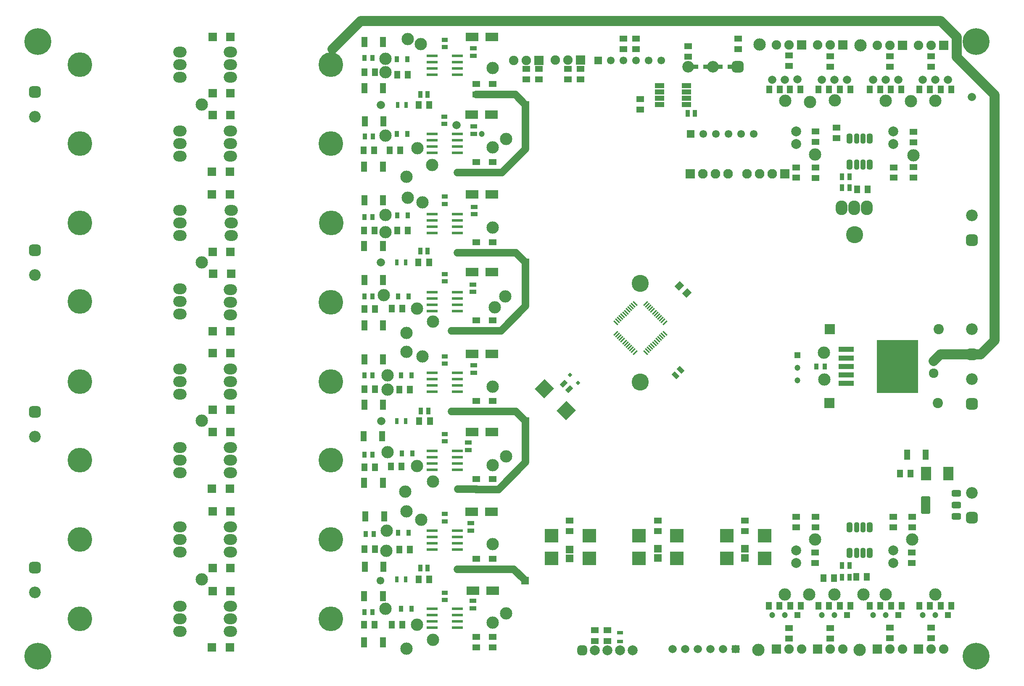
<source format=gbr>
%TF.GenerationSoftware,Altium Limited,Altium Designer,21.6.4 (81)*%
G04 Layer_Color=16711935*
%FSLAX43Y43*%
%MOMM*%
%TF.SameCoordinates,95A2699C-722C-4572-8EE5-7BEA9F810E30*%
%TF.FilePolarity,Negative*%
%TF.FileFunction,Soldermask,Bot*%
%TF.Part,Single*%
G01*
G75*
%TA.AperFunction,SMDPad,CuDef*%
%ADD10R,1.508X1.157*%
%TA.AperFunction,ComponentPad*%
%ADD23R,1.550X1.550*%
%ADD24C,1.550*%
%ADD33R,1.200X1.200*%
%ADD34C,1.200*%
%ADD37R,2.057X2.057*%
%ADD38C,2.057*%
%ADD43R,1.200X1.200*%
%TA.AperFunction,SMDPad,CuDef*%
%ADD49R,1.350X0.950*%
%ADD50R,2.270X0.558*%
%ADD51R,0.950X1.350*%
%ADD52P,0.849X4X360.0*%
%ADD53R,1.157X1.508*%
%ADD54R,1.508X1.207*%
%ADD57R,1.700X1.680*%
%ADD58R,1.250X2.000*%
%ADD59R,2.500X1.700*%
%ADD60R,1.262X0.958*%
%ADD61R,1.207X1.508*%
%ADD62R,0.900X1.200*%
%ADD63R,0.757X1.308*%
%ADD64R,0.808X1.262*%
G04:AMPARAMS|DCode=66|XSize=1.207mm|YSize=1.508mm|CornerRadius=0mm|HoleSize=0mm|Usage=FLASHONLY|Rotation=315.000|XOffset=0mm|YOffset=0mm|HoleType=Round|Shape=Rectangle|*
%AMROTATEDRECTD66*
4,1,4,-0.960,-0.107,0.107,0.960,0.960,0.107,-0.107,-0.960,-0.960,-0.107,0.0*
%
%ADD66ROTATEDRECTD66*%

G04:AMPARAMS|DCode=67|XSize=1.194mm|YSize=0.305mm|CornerRadius=0mm|HoleSize=0mm|Usage=FLASHONLY|Rotation=225.000|XOffset=0mm|YOffset=0mm|HoleType=Round|Shape=Rectangle|*
%AMROTATEDRECTD67*
4,1,4,0.314,0.530,0.530,0.314,-0.314,-0.530,-0.530,-0.314,0.314,0.530,0.0*
%
%ADD67ROTATEDRECTD67*%

G04:AMPARAMS|DCode=68|XSize=1.194mm|YSize=0.305mm|CornerRadius=0mm|HoleSize=0mm|Usage=FLASHONLY|Rotation=315.000|XOffset=0mm|YOffset=0mm|HoleType=Round|Shape=Rectangle|*
%AMROTATEDRECTD68*
4,1,4,-0.530,0.314,-0.314,0.530,0.530,-0.314,0.314,-0.530,-0.530,0.314,0.0*
%
%ADD68ROTATEDRECTD68*%

G04:AMPARAMS|DCode=70|XSize=0.95mm|YSize=1.35mm|CornerRadius=0mm|HoleSize=0mm|Usage=FLASHONLY|Rotation=315.000|XOffset=0mm|YOffset=0mm|HoleType=Round|Shape=Rectangle|*
%AMROTATEDRECTD70*
4,1,4,-0.813,-0.141,0.141,0.813,0.813,0.141,-0.141,-0.813,-0.813,-0.141,0.0*
%
%ADD70ROTATEDRECTD70*%

G04:AMPARAMS|DCode=71|XSize=0.95mm|YSize=1.35mm|CornerRadius=0mm|HoleSize=0mm|Usage=FLASHONLY|Rotation=45.000|XOffset=0mm|YOffset=0mm|HoleType=Round|Shape=Rectangle|*
%AMROTATEDRECTD71*
4,1,4,0.141,-0.813,-0.813,0.141,-0.141,0.813,0.813,-0.141,0.141,-0.813,0.0*
%
%ADD71ROTATEDRECTD71*%

%ADD72R,1.556X1.505*%
%ADD73R,1.308X0.757*%
%ADD76R,2.000X2.800*%
%ADD77R,0.807X1.308*%
%ADD78R,3.050X1.016*%
%ADD79R,8.380X10.660*%
%TA.AperFunction,OtherPad,Pad R79-1 (-102.87mm,39.168mm)*%
%ADD98R,1.508X1.207*%
%TA.AperFunction,OtherPad,Pad R13-1 (-106.172mm,86.92mm)*%
%ADD99R,1.508X1.207*%
%TA.AperFunction,NonConductor*%
%ADD100C,1.500*%
%ADD101C,2.000*%
%TA.AperFunction,SMDPad,CuDef*%
%ADD102R,1.925X1.050*%
G04:AMPARAMS|DCode=103|XSize=1.2mm|YSize=2mm|CornerRadius=0.4mm|HoleSize=0mm|Usage=FLASHONLY|Rotation=180.000|XOffset=0mm|YOffset=0mm|HoleType=Round|Shape=RoundedRectangle|*
%AMROUNDEDRECTD103*
21,1,1.200,1.200,0,0,180.0*
21,1,0.400,2.000,0,0,180.0*
1,1,0.800,-0.200,0.600*
1,1,0.800,0.200,0.600*
1,1,0.800,0.200,-0.600*
1,1,0.800,-0.200,-0.600*
%
%ADD103ROUNDEDRECTD103*%
G04:AMPARAMS|DCode=104|XSize=1mm|YSize=2mm|CornerRadius=0.35mm|HoleSize=0mm|Usage=FLASHONLY|Rotation=180.000|XOffset=0mm|YOffset=0mm|HoleType=Round|Shape=RoundedRectangle|*
%AMROUNDEDRECTD104*
21,1,1.000,1.300,0,0,180.0*
21,1,0.300,2.000,0,0,180.0*
1,1,0.700,-0.150,0.650*
1,1,0.700,0.150,0.650*
1,1,0.700,0.150,-0.650*
1,1,0.700,-0.150,-0.650*
%
%ADD104ROUNDEDRECTD104*%
%ADD105R,1.400X0.900*%
G04:AMPARAMS|DCode=106|XSize=2.85mm|YSize=2.75mm|CornerRadius=0mm|HoleSize=0mm|Usage=FLASHONLY|Rotation=225.000|XOffset=0mm|YOffset=0mm|HoleType=Round|Shape=Rectangle|*
%AMROTATEDRECTD106*
4,1,4,0.035,1.980,1.980,0.035,-0.035,-1.980,-1.980,-0.035,0.035,1.980,0.0*
%
%ADD106ROTATEDRECTD106*%

G04:AMPARAMS|DCode=107|XSize=3.55mm|YSize=1.85mm|CornerRadius=0.251mm|HoleSize=0mm|Usage=FLASHONLY|Rotation=90.000|XOffset=0mm|YOffset=0mm|HoleType=Round|Shape=RoundedRectangle|*
%AMROUNDEDRECTD107*
21,1,3.550,1.349,0,0,90.0*
21,1,3.049,1.850,0,0,90.0*
1,1,0.502,0.674,1.524*
1,1,0.502,0.674,-1.524*
1,1,0.502,-0.674,-1.524*
1,1,0.502,-0.674,1.524*
%
%ADD107ROUNDEDRECTD107*%
G04:AMPARAMS|DCode=108|XSize=1.3mm|YSize=1.85mm|CornerRadius=0.25mm|HoleSize=0mm|Usage=FLASHONLY|Rotation=90.000|XOffset=0mm|YOffset=0mm|HoleType=Round|Shape=RoundedRectangle|*
%AMROUNDEDRECTD108*
21,1,1.300,1.351,0,0,90.0*
21,1,0.801,1.850,0,0,90.0*
1,1,0.499,0.676,0.401*
1,1,0.499,0.676,-0.401*
1,1,0.499,-0.676,-0.401*
1,1,0.499,-0.676,0.401*
%
%ADD108ROUNDEDRECTD108*%
%TA.AperFunction,ComponentPad*%
%ADD109C,2.489*%
%ADD110O,2.686X2.178*%
%ADD111C,4.972*%
%ADD112C,3.448*%
%ADD113O,2.432X2.940*%
%ADD114C,2.000*%
G04:AMPARAMS|DCode=115|XSize=2mm|YSize=2mm|CornerRadius=0.6mm|HoleSize=0mm|Usage=FLASHONLY|Rotation=0.000|XOffset=0mm|YOffset=0mm|HoleType=Round|Shape=RoundedRectangle|*
%AMROUNDEDRECTD115*
21,1,2.000,0.800,0,0,0.0*
21,1,0.800,2.000,0,0,0.0*
1,1,1.200,0.400,-0.400*
1,1,1.200,-0.400,-0.400*
1,1,1.200,-0.400,0.400*
1,1,1.200,0.400,0.400*
%
%ADD115ROUNDEDRECTD115*%
%ADD116R,2.686X2.686*%
G04:AMPARAMS|DCode=117|XSize=2.35mm|YSize=2.35mm|CornerRadius=0.688mm|HoleSize=0mm|Usage=FLASHONLY|Rotation=90.000|XOffset=0mm|YOffset=0mm|HoleType=Round|Shape=RoundedRectangle|*
%AMROUNDEDRECTD117*
21,1,2.350,0.975,0,0,90.0*
21,1,0.975,2.350,0,0,90.0*
1,1,1.375,0.488,0.488*
1,1,1.375,0.488,-0.488*
1,1,1.375,-0.488,-0.488*
1,1,1.375,-0.488,0.488*
%
%ADD117ROUNDEDRECTD117*%
%ADD118C,2.350*%
%ADD119C,1.900*%
%ADD120R,1.900X1.900*%
%ADD121C,1.924*%
%ADD122C,1.950*%
%ADD123R,1.950X1.950*%
G04:AMPARAMS|DCode=124|XSize=2.35mm|YSize=2.35mm|CornerRadius=0.688mm|HoleSize=0mm|Usage=FLASHONLY|Rotation=180.000|XOffset=0mm|YOffset=0mm|HoleType=Round|Shape=RoundedRectangle|*
%AMROUNDEDRECTD124*
21,1,2.350,0.975,0,0,180.0*
21,1,0.975,2.350,0,0,180.0*
1,1,1.375,-0.488,0.488*
1,1,1.375,0.488,0.488*
1,1,1.375,0.488,-0.488*
1,1,1.375,-0.488,-0.488*
%
%ADD124ROUNDEDRECTD124*%
%TA.AperFunction,ViaPad*%
%ADD125C,5.400*%
%ADD126C,1.670*%
%ADD127C,1.200*%
D10*
X-18161Y109120D02*
D03*
Y111272D02*
D03*
X-79756Y10748D02*
D03*
Y8596D02*
D03*
X-82296Y10748D02*
D03*
Y8596D02*
D03*
D23*
X-96266Y116723D02*
D03*
Y84923D02*
D03*
X-96393Y20788D02*
D03*
X-53975Y6945D02*
D03*
X-62992Y110877D02*
D03*
X-81661Y125690D02*
D03*
X-96239Y52919D02*
D03*
D24*
X-125376Y116723D02*
D03*
Y84923D02*
D03*
X-125503Y20788D02*
D03*
X-66675Y6945D02*
D03*
X-64135D02*
D03*
X-61595D02*
D03*
X-59055D02*
D03*
X-56515D02*
D03*
X-60452Y110877D02*
D03*
X-57912D02*
D03*
X-55372D02*
D03*
X-52832D02*
D03*
X-50292Y110877D02*
D03*
X-79121Y125690D02*
D03*
X-76581D02*
D03*
X-74041D02*
D03*
X-71501D02*
D03*
X-68961D02*
D03*
X-125349Y52919D02*
D03*
D33*
X-16256Y121753D02*
D03*
X-26289Y121748D02*
D03*
X-36576Y121753D02*
D03*
X-46609D02*
D03*
X-21209Y13803D02*
D03*
X-11176D02*
D03*
X-31496D02*
D03*
X-41529D02*
D03*
D34*
X-13716Y121753D02*
D03*
X-11176D02*
D03*
X-23749Y121748D02*
D03*
X-21209D02*
D03*
X-34036Y121753D02*
D03*
X-31496D02*
D03*
X-44069D02*
D03*
X-41529D02*
D03*
X-26289Y13803D02*
D03*
X-23749D02*
D03*
X-16256D02*
D03*
X-13716D02*
D03*
X-36576D02*
D03*
X-34036D02*
D03*
X-46609D02*
D03*
X-44069D02*
D03*
X-41534Y63714D02*
D03*
Y61174D02*
D03*
D37*
X-34975Y71432D02*
D03*
X-35103Y56602D02*
D03*
D38*
X-13080Y71432D02*
D03*
X-13208Y56602D02*
D03*
D43*
X-41534Y66254D02*
D03*
D49*
X-107267Y32324D02*
D03*
Y30824D02*
D03*
X-106682Y62672D02*
D03*
Y64172D02*
D03*
X-106888Y78988D02*
D03*
Y80488D02*
D03*
X-106644Y94646D02*
D03*
Y96146D02*
D03*
X-106694Y110837D02*
D03*
Y112337D02*
D03*
X-106753Y126589D02*
D03*
Y128089D02*
D03*
X-106829Y15164D02*
D03*
Y16664D02*
D03*
X-107793Y47081D02*
D03*
Y48581D02*
D03*
D50*
X-110008Y78954D02*
D03*
Y77684D02*
D03*
Y76414D02*
D03*
Y75144D02*
D03*
X-115036D02*
D03*
Y76414D02*
D03*
Y77684D02*
D03*
Y78954D02*
D03*
Y30821D02*
D03*
Y29551D02*
D03*
Y28281D02*
D03*
Y27011D02*
D03*
X-110008D02*
D03*
Y28281D02*
D03*
Y29551D02*
D03*
Y30821D02*
D03*
X-115036Y15073D02*
D03*
Y13803D02*
D03*
Y12533D02*
D03*
Y11263D02*
D03*
X-110008D02*
D03*
Y12533D02*
D03*
Y13803D02*
D03*
Y15073D02*
D03*
X-115036Y126579D02*
D03*
Y125309D02*
D03*
Y124039D02*
D03*
Y122769D02*
D03*
X-110008D02*
D03*
Y124039D02*
D03*
Y125309D02*
D03*
Y126579D02*
D03*
X-115036Y110831D02*
D03*
Y109561D02*
D03*
Y108291D02*
D03*
Y107021D02*
D03*
X-110008D02*
D03*
Y108291D02*
D03*
Y109561D02*
D03*
Y110831D02*
D03*
X-115036Y94702D02*
D03*
Y93432D02*
D03*
Y92162D02*
D03*
Y90892D02*
D03*
X-110008D02*
D03*
Y92162D02*
D03*
Y93432D02*
D03*
Y94702D02*
D03*
X-115036Y62698D02*
D03*
Y61428D02*
D03*
Y60158D02*
D03*
Y58888D02*
D03*
X-110008D02*
D03*
Y60158D02*
D03*
Y61428D02*
D03*
Y62698D02*
D03*
X-115036Y46950D02*
D03*
Y45680D02*
D03*
Y44410D02*
D03*
Y43140D02*
D03*
X-110008D02*
D03*
Y44410D02*
D03*
Y45680D02*
D03*
Y46950D02*
D03*
D51*
X-117463Y118832D02*
D03*
X-115963D02*
D03*
X-117463Y23328D02*
D03*
X-115963D02*
D03*
X-31000Y102195D02*
D03*
X-32500D02*
D03*
X-31000Y100036D02*
D03*
X-32500D02*
D03*
X-31000Y23836D02*
D03*
X-32500D02*
D03*
X-31000Y21423D02*
D03*
X-32500D02*
D03*
X-63615Y115022D02*
D03*
X-62115D02*
D03*
X-117336Y54951D02*
D03*
X-115836D02*
D03*
X-117463Y87209D02*
D03*
X-115963D02*
D03*
D52*
X-87265Y62206D02*
D03*
X-85709Y60650D02*
D03*
D53*
X-117789Y116673D02*
D03*
X-115637D02*
D03*
Y21042D02*
D03*
X-117789D02*
D03*
X-115697Y84923D02*
D03*
X-117849D02*
D03*
X-115510Y52919D02*
D03*
X-117662D02*
D03*
D54*
X-73152Y115749D02*
D03*
Y117851D02*
D03*
X-106172Y120899D02*
D03*
Y118797D02*
D03*
X-102870Y120899D02*
D03*
Y118797D02*
D03*
X-106172Y41270D02*
D03*
Y39168D02*
D03*
X-102870Y41270D02*
D03*
X-106172Y25141D02*
D03*
Y23039D02*
D03*
X-102870Y25141D02*
D03*
Y23039D02*
D03*
X-106172Y9393D02*
D03*
Y7291D02*
D03*
X-102870Y9393D02*
D03*
Y7291D02*
D03*
X-74041Y130043D02*
D03*
Y127941D02*
D03*
X-63500Y128519D02*
D03*
Y126417D02*
D03*
X-53467Y127941D02*
D03*
Y130043D02*
D03*
X-69596Y32888D02*
D03*
Y30786D02*
D03*
X-37973Y26411D02*
D03*
Y24309D02*
D03*
X-41783Y33650D02*
D03*
Y31548D02*
D03*
X-37846Y33650D02*
D03*
Y31548D02*
D03*
X-22225Y33650D02*
D03*
Y31548D02*
D03*
X-41783Y101998D02*
D03*
Y104100D02*
D03*
X-33655Y110034D02*
D03*
Y112136D02*
D03*
X-22098Y101998D02*
D03*
Y104100D02*
D03*
X-18161Y102033D02*
D03*
Y104135D02*
D03*
X-96139Y121880D02*
D03*
Y123982D02*
D03*
X-93599Y121880D02*
D03*
Y123982D02*
D03*
X-87757Y121880D02*
D03*
Y123982D02*
D03*
X-85217Y121880D02*
D03*
Y123982D02*
D03*
X-76581Y127941D02*
D03*
Y130043D02*
D03*
X-87376Y30751D02*
D03*
Y32853D02*
D03*
X-52070Y30786D02*
D03*
Y32888D02*
D03*
X-37846Y104078D02*
D03*
Y101976D02*
D03*
Y111374D02*
D03*
Y109272D02*
D03*
X-18432Y24327D02*
D03*
Y26428D02*
D03*
X-18415Y31548D02*
D03*
Y33650D02*
D03*
X-14605Y124385D02*
D03*
Y126487D02*
D03*
X-22860Y124385D02*
D03*
Y126487D02*
D03*
X-43180Y124547D02*
D03*
Y126649D02*
D03*
X-34925Y124385D02*
D03*
Y126487D02*
D03*
X-14605Y9196D02*
D03*
Y11298D02*
D03*
X-22860Y9161D02*
D03*
Y11263D02*
D03*
X-43180Y9069D02*
D03*
Y11171D02*
D03*
X-34925Y9069D02*
D03*
Y11171D02*
D03*
X-102870Y103049D02*
D03*
Y105151D02*
D03*
X-106172Y103049D02*
D03*
Y105151D02*
D03*
X-102870Y86920D02*
D03*
Y89022D02*
D03*
X-106172D02*
D03*
X-102870Y71172D02*
D03*
Y73274D02*
D03*
X-106172Y71172D02*
D03*
Y73274D02*
D03*
X-102870Y54916D02*
D03*
Y57018D02*
D03*
X-106172Y54916D02*
D03*
Y57018D02*
D03*
D57*
X-155829Y7326D02*
D03*
X-159409D02*
D03*
X-155702Y18629D02*
D03*
X-159282D02*
D03*
X-155702Y23328D02*
D03*
X-159282D02*
D03*
X-155829Y39330D02*
D03*
X-159409D02*
D03*
X-155702Y50760D02*
D03*
X-159282D02*
D03*
X-155702Y55205D02*
D03*
X-159282D02*
D03*
X-155702Y66635D02*
D03*
X-159282D02*
D03*
X-155690Y71080D02*
D03*
X-159270D02*
D03*
X-155563Y82637D02*
D03*
X-159143D02*
D03*
X-155690Y87082D02*
D03*
X-159270D02*
D03*
X-155817Y98639D02*
D03*
X-159397D02*
D03*
X-155829Y103211D02*
D03*
X-159409D02*
D03*
X-155690Y114641D02*
D03*
X-159270D02*
D03*
X-155690Y119086D02*
D03*
X-159270D02*
D03*
X-155690Y130389D02*
D03*
X-159270D02*
D03*
X-155690Y34758D02*
D03*
X-159270D02*
D03*
D58*
X-128748Y40473D02*
D03*
X-124998D02*
D03*
X-128875Y49871D02*
D03*
X-125125D02*
D03*
X-128651Y113371D02*
D03*
X-124901D02*
D03*
X-128718Y129373D02*
D03*
X-124968D02*
D03*
X-128748Y104227D02*
D03*
X-124998D02*
D03*
X-128718Y97496D02*
D03*
X-124968D02*
D03*
X-128748Y88225D02*
D03*
X-124998D02*
D03*
X-128718Y72223D02*
D03*
X-124968D02*
D03*
X-128718Y81367D02*
D03*
X-124968D02*
D03*
X-128718Y56221D02*
D03*
X-124968D02*
D03*
X-128718Y65365D02*
D03*
X-124968D02*
D03*
X-128621Y23582D02*
D03*
X-124871D02*
D03*
X-128748Y17613D02*
D03*
X-124998D02*
D03*
X-15651Y46188D02*
D03*
X-19401D02*
D03*
X-124744Y33742D02*
D03*
X-128494D02*
D03*
X-124998Y8342D02*
D03*
X-128748D02*
D03*
X-124968Y120102D02*
D03*
X-128718D02*
D03*
D59*
X-102902Y18756D02*
D03*
X-106902D02*
D03*
X-103156Y34631D02*
D03*
X-107156D02*
D03*
X-103029Y50760D02*
D03*
X-107029D02*
D03*
X-103029Y66508D02*
D03*
X-107029D02*
D03*
X-103029Y83018D02*
D03*
X-107029D02*
D03*
X-103029Y98639D02*
D03*
X-107029D02*
D03*
X-103156Y114768D02*
D03*
X-107156D02*
D03*
X-103029Y130389D02*
D03*
X-107029D02*
D03*
D60*
X-112522Y128392D02*
D03*
Y129846D02*
D03*
X-112649Y112863D02*
D03*
Y114317D02*
D03*
X-112522Y96734D02*
D03*
Y98188D02*
D03*
Y81113D02*
D03*
Y82567D02*
D03*
Y64511D02*
D03*
Y65965D02*
D03*
Y48890D02*
D03*
Y50344D02*
D03*
Y16886D02*
D03*
Y18340D02*
D03*
Y34180D02*
D03*
Y32726D02*
D03*
D61*
X-121123Y11898D02*
D03*
X-123225D02*
D03*
X-119599Y27011D02*
D03*
X-121701D02*
D03*
X-119599Y59269D02*
D03*
X-121701D02*
D03*
X-121123Y75652D02*
D03*
X-123225D02*
D03*
X-119980Y91400D02*
D03*
X-122082D02*
D03*
X-119980Y122769D02*
D03*
X-122082D02*
D03*
X-126584Y123277D02*
D03*
X-128686D02*
D03*
X-121250Y43775D02*
D03*
X-123352D02*
D03*
X-45177Y15708D02*
D03*
X-47279D02*
D03*
X-40859D02*
D03*
X-42961D02*
D03*
X-30826D02*
D03*
X-32928D02*
D03*
X-24857D02*
D03*
X-26959D02*
D03*
X-20539D02*
D03*
X-22641D02*
D03*
X-10506D02*
D03*
X-12608D02*
D03*
X-29626Y21550D02*
D03*
X-27524D02*
D03*
X-36230Y21296D02*
D03*
X-34128D02*
D03*
X-29499Y99655D02*
D03*
X-27397D02*
D03*
X-12608Y119848D02*
D03*
X-10506D02*
D03*
X-16926D02*
D03*
X-14824D02*
D03*
X-20574D02*
D03*
X-22676D02*
D03*
X-26959D02*
D03*
X-24857D02*
D03*
X-32963D02*
D03*
X-30861D02*
D03*
X-37246D02*
D03*
X-35144D02*
D03*
X-40894D02*
D03*
X-42996D02*
D03*
X-47152D02*
D03*
X-45050D02*
D03*
X-35144Y15708D02*
D03*
X-37246D02*
D03*
X-14824D02*
D03*
X-16926D02*
D03*
X-20863Y42378D02*
D03*
X-18761D02*
D03*
X-123606Y107529D02*
D03*
X-121504D02*
D03*
X-128686Y27138D02*
D03*
X-126584D02*
D03*
X-128848Y107529D02*
D03*
X-126746D02*
D03*
X-128813Y11898D02*
D03*
X-126711D02*
D03*
X-128721Y43648D02*
D03*
X-126619D02*
D03*
X-128721Y59396D02*
D03*
X-126619D02*
D03*
X-128813Y91400D02*
D03*
X-126711D02*
D03*
X-128721Y75525D02*
D03*
X-126619D02*
D03*
D62*
X-121319Y15073D02*
D03*
X-119219D02*
D03*
X-121954Y30440D02*
D03*
X-119854D02*
D03*
X-121192Y46442D02*
D03*
X-119092D02*
D03*
X-121319Y62190D02*
D03*
X-119219D02*
D03*
X-121954Y78065D02*
D03*
X-119854D02*
D03*
X-122115Y94448D02*
D03*
X-120015D02*
D03*
X-122208Y110831D02*
D03*
X-120108D02*
D03*
Y125944D02*
D03*
X-122208D02*
D03*
D63*
X-122161Y21042D02*
D03*
X-120409D02*
D03*
X-122161Y52919D02*
D03*
X-120409D02*
D03*
X-122161Y84923D02*
D03*
X-120409D02*
D03*
X-122034Y116673D02*
D03*
X-120282D02*
D03*
D64*
X-128691Y126198D02*
D03*
X-127087D02*
D03*
X-128604Y110323D02*
D03*
X-127000D02*
D03*
X-128691Y94067D02*
D03*
X-127087D02*
D03*
X-128731Y78065D02*
D03*
X-127127D02*
D03*
X-128731Y62190D02*
D03*
X-127127D02*
D03*
X-128691Y14438D02*
D03*
X-127087D02*
D03*
X-126833Y30186D02*
D03*
X-128437D02*
D03*
X-127127Y46188D02*
D03*
X-128731D02*
D03*
D66*
X-63773Y78719D02*
D03*
X-65259Y80205D02*
D03*
D67*
X-68202Y72776D02*
D03*
X-68556Y73129D02*
D03*
X-68909Y73483D02*
D03*
X-69263Y73836D02*
D03*
X-69616Y74190D02*
D03*
X-69970Y74543D02*
D03*
X-70324Y74897D02*
D03*
X-70677Y75251D02*
D03*
X-71031Y75604D02*
D03*
X-71384Y75958D02*
D03*
X-71738Y76311D02*
D03*
X-72091Y76665D02*
D03*
X-78102Y70654D02*
D03*
X-77748Y70301D02*
D03*
X-77395Y69947D02*
D03*
X-77041Y69594D02*
D03*
X-76688Y69240D02*
D03*
X-76334Y68887D02*
D03*
X-75980Y68533D02*
D03*
X-75627Y68179D02*
D03*
X-75273Y67826D02*
D03*
X-74920Y67472D02*
D03*
X-74566Y67119D02*
D03*
X-74213Y66765D02*
D03*
D68*
Y76665D02*
D03*
X-74566Y76311D02*
D03*
X-74920Y75958D02*
D03*
X-75273Y75604D02*
D03*
X-75627Y75251D02*
D03*
X-75980Y74897D02*
D03*
X-76334Y74543D02*
D03*
X-76688Y74190D02*
D03*
X-77041Y73836D02*
D03*
X-77395Y73483D02*
D03*
X-77748Y73129D02*
D03*
X-78102Y72776D02*
D03*
X-72091Y66765D02*
D03*
X-71738Y67119D02*
D03*
X-71384Y67472D02*
D03*
X-71031Y67826D02*
D03*
X-70677Y68179D02*
D03*
X-70324Y68533D02*
D03*
X-69970Y68887D02*
D03*
X-69616Y69240D02*
D03*
X-69263Y69594D02*
D03*
X-68909Y69947D02*
D03*
X-68556Y70301D02*
D03*
X-68202Y70654D02*
D03*
D70*
X-88541Y60434D02*
D03*
X-87481Y59374D02*
D03*
D71*
X-65002Y63228D02*
D03*
X-66062Y62168D02*
D03*
D72*
X-52070Y27150D02*
D03*
Y25348D02*
D03*
X-87376Y27023D02*
D03*
Y25221D02*
D03*
X-69596Y27150D02*
D03*
Y25348D02*
D03*
D73*
X-77216Y8469D02*
D03*
Y10221D02*
D03*
D76*
X-15585Y42378D02*
D03*
X-11085D02*
D03*
D77*
X-37719Y63968D02*
D03*
X-36017D02*
D03*
D78*
X-31641Y67372D02*
D03*
Y65670D02*
D03*
Y63968D02*
D03*
Y62266D02*
D03*
Y60564D02*
D03*
D79*
X-21336Y63968D02*
D03*
D98*
X-102870Y39168D02*
D03*
D99*
X-106172Y86920D02*
D03*
D100*
X-98617Y23039D02*
X-96568Y20991D01*
X-102870Y23039D02*
X-98617D01*
X-106172D02*
X-102870D01*
X-109989D02*
X-106172D01*
X-109925Y39175D02*
X-106179D01*
X-102870Y39168D02*
X-101682D01*
X-106172D02*
X-102870D01*
X-101682D02*
X-96239Y44611D01*
Y52919D01*
X-98236Y54916D02*
X-96239Y52919D01*
X-102870Y54916D02*
X-98236D01*
X-111217Y54908D02*
X-106180D01*
X-106172Y54916D02*
X-102870D01*
Y71172D02*
X-101222D01*
X-111197D02*
X-106172D01*
X-102870D01*
X-101222D02*
X-96266Y76128D01*
Y84846D01*
X-98263Y86920D02*
X-96266Y84923D01*
X-110008Y86920D02*
X-106172D01*
X-102870D01*
X-98263D01*
X-102870Y103049D02*
X-101051D01*
X-109998Y103046D02*
X-106175D01*
X-106172Y103049D02*
X-102870D01*
X-106172Y118797D02*
X-102870D01*
X-98340D02*
X-96266Y116723D01*
X-102870Y118797D02*
X-98340D01*
X-96266Y107834D02*
Y116723D01*
X-101051Y103049D02*
X-96266Y107834D01*
D101*
X-135143Y127911D02*
X-129454Y133600D01*
X-12601D01*
X-9409Y130409D01*
Y126334D02*
Y130409D01*
Y126334D02*
X-1794Y118719D01*
X-12736Y66432D02*
X-6350D01*
X-14097Y65071D02*
X-12736Y66432D01*
X-6350D02*
X-4589D01*
X-1794Y69226D01*
Y118719D01*
D102*
X-63836Y116800D02*
D03*
Y118070D02*
D03*
Y119340D02*
D03*
Y120610D02*
D03*
X-69260D02*
D03*
Y119340D02*
D03*
Y118070D02*
D03*
Y116800D02*
D03*
D103*
X-30981Y109875D02*
D03*
X-26931D02*
D03*
X-30981Y104675D02*
D03*
X-26931D02*
D03*
Y26316D02*
D03*
X-30981D02*
D03*
X-26931Y31516D02*
D03*
X-30981D02*
D03*
D104*
X-29591Y109875D02*
D03*
X-28321D02*
D03*
X-29591Y104675D02*
D03*
X-28321D02*
D03*
Y26316D02*
D03*
X-29591D02*
D03*
X-28321Y31516D02*
D03*
X-29591D02*
D03*
D105*
X-59760Y124420D02*
D03*
X-62160D02*
D03*
X-57264D02*
D03*
X-54864D02*
D03*
D106*
X-88105Y55045D02*
D03*
X-92489Y59429D02*
D03*
D107*
X-15648Y36028D02*
D03*
D108*
X-9498Y33728D02*
D03*
Y36028D02*
D03*
Y38328D02*
D03*
D109*
X-124460Y15073D02*
D03*
X-118000Y108000D02*
D03*
X-118110Y43902D02*
D03*
X-102923Y91956D02*
D03*
X-114935Y8850D02*
D03*
X-100203Y109815D02*
D03*
X-102870Y108164D02*
D03*
X-43942Y117562D02*
D03*
X-38989Y117308D02*
D03*
X-33953Y117606D02*
D03*
X-23749Y117562D02*
D03*
X-18669Y117435D02*
D03*
X-13716Y117562D02*
D03*
X-49403Y6818D02*
D03*
X-28956D02*
D03*
X-37973Y29043D02*
D03*
X-34036Y17994D02*
D03*
X-39116D02*
D03*
X-44069D02*
D03*
X-28194D02*
D03*
X-23749D02*
D03*
X-13716D02*
D03*
X-18415Y29043D02*
D03*
X-36068Y61301D02*
D03*
X-36195Y66762D02*
D03*
X-18161Y106513D02*
D03*
X-37910Y106675D02*
D03*
X-49149Y128865D02*
D03*
X-28829Y128738D02*
D03*
X-124460Y123277D02*
D03*
X-120000Y130000D02*
D03*
X-117348Y128992D02*
D03*
X-102870Y124166D02*
D03*
X-124500Y110500D02*
D03*
X-115062Y104608D02*
D03*
X-120269Y102195D02*
D03*
X-120000Y98000D02*
D03*
X-117000Y97000D02*
D03*
X-124460Y94500D02*
D03*
X-124500Y91000D02*
D03*
X-102489Y75906D02*
D03*
X-100330Y78065D02*
D03*
X-124841Y78319D02*
D03*
X-118110Y75652D02*
D03*
X-114935Y72985D02*
D03*
X-120269Y70699D02*
D03*
Y66889D02*
D03*
X-116997Y65965D02*
D03*
X-124079Y62190D02*
D03*
Y59269D02*
D03*
Y46696D02*
D03*
X-114935Y40727D02*
D03*
X-120523Y38695D02*
D03*
X-120269Y34758D02*
D03*
X-117300Y33025D02*
D03*
X-124206Y30821D02*
D03*
X-124333Y26757D02*
D03*
X-100203Y45807D02*
D03*
X-102870Y44029D02*
D03*
Y28154D02*
D03*
Y12279D02*
D03*
X-100203Y14184D02*
D03*
X-120269Y7072D02*
D03*
X-118110Y11898D02*
D03*
X-124460Y126000D02*
D03*
X-161500Y21000D02*
D03*
Y84923D02*
D03*
X-102870Y59904D02*
D03*
X-161500Y53000D02*
D03*
Y116800D02*
D03*
D110*
X-155702Y42505D02*
D03*
Y45045D02*
D03*
Y47585D02*
D03*
Y31583D02*
D03*
Y29043D02*
D03*
Y26503D02*
D03*
Y15581D02*
D03*
Y13041D02*
D03*
Y10501D02*
D03*
Y63460D02*
D03*
Y60920D02*
D03*
Y58380D02*
D03*
Y79462D02*
D03*
Y76922D02*
D03*
Y74382D02*
D03*
X-155575Y95464D02*
D03*
Y92924D02*
D03*
Y90384D02*
D03*
X-155702Y111466D02*
D03*
Y108926D02*
D03*
Y106386D02*
D03*
X-165862Y10501D02*
D03*
Y13041D02*
D03*
Y15581D02*
D03*
Y26503D02*
D03*
Y29043D02*
D03*
Y31583D02*
D03*
Y42505D02*
D03*
Y45045D02*
D03*
Y47585D02*
D03*
Y58380D02*
D03*
Y60920D02*
D03*
Y63460D02*
D03*
Y74509D02*
D03*
Y77049D02*
D03*
Y79589D02*
D03*
Y90384D02*
D03*
Y92924D02*
D03*
Y95464D02*
D03*
Y106386D02*
D03*
Y108926D02*
D03*
Y111466D02*
D03*
X-155702Y127341D02*
D03*
Y124801D02*
D03*
Y122261D02*
D03*
X-165862D02*
D03*
Y124801D02*
D03*
Y127341D02*
D03*
D111*
X-135509Y45045D02*
D03*
Y29043D02*
D03*
Y13041D02*
D03*
Y60920D02*
D03*
Y76922D02*
D03*
X-135382Y92924D02*
D03*
X-135509Y108926D02*
D03*
X-186055Y13041D02*
D03*
Y29043D02*
D03*
Y45045D02*
D03*
Y60920D02*
D03*
Y77049D02*
D03*
Y92924D02*
D03*
Y108926D02*
D03*
X-135509Y124801D02*
D03*
X-186055D02*
D03*
D112*
X-29972Y90511D02*
D03*
X-73152Y80732D02*
D03*
Y60793D02*
D03*
D113*
X-32639Y95972D02*
D03*
X-30099D02*
D03*
X-27559D02*
D03*
D114*
X-79756Y6691D02*
D03*
X-82296D02*
D03*
X-77216D02*
D03*
X-74676D02*
D03*
X-22225Y24344D02*
D03*
Y26884D02*
D03*
X-41783Y24344D02*
D03*
Y26884D02*
D03*
Y111334D02*
D03*
Y108794D02*
D03*
X-22225Y108799D02*
D03*
Y111339D02*
D03*
D115*
X-84836Y6691D02*
D03*
D116*
X-91059Y25233D02*
D03*
Y29805D02*
D03*
X-83439D02*
D03*
Y25233D02*
D03*
X-55753D02*
D03*
Y29805D02*
D03*
X-48133D02*
D03*
Y25233D02*
D03*
X-73406D02*
D03*
Y29805D02*
D03*
X-65786D02*
D03*
Y25233D02*
D03*
D117*
X-6350Y66432D02*
D03*
Y56428D02*
D03*
Y33441D02*
D03*
Y89448D02*
D03*
X-195064Y119300D02*
D03*
X-195072Y87383D02*
D03*
X-195064Y54784D02*
D03*
Y23415D02*
D03*
D118*
X-6350Y71432D02*
D03*
Y61428D02*
D03*
Y38441D02*
D03*
Y94448D02*
D03*
X-63500Y124420D02*
D03*
X-58500D02*
D03*
X-195064Y114300D02*
D03*
X-195072Y82383D02*
D03*
X-195064Y49784D02*
D03*
Y18415D02*
D03*
D119*
X-12065Y6945D02*
D03*
X-14605D02*
D03*
X-20320D02*
D03*
X-22860D02*
D03*
X-40640D02*
D03*
X-43180D02*
D03*
X-32385D02*
D03*
X-34925D02*
D03*
X-14605Y128738D02*
D03*
X-17145D02*
D03*
X-22860D02*
D03*
X-25400D02*
D03*
X-34925Y128784D02*
D03*
X-37465D02*
D03*
X-43180D02*
D03*
X-45720D02*
D03*
X-90297Y125736D02*
D03*
X-87757D02*
D03*
X-98679Y125690D02*
D03*
X-96139D02*
D03*
D120*
X-17145Y6945D02*
D03*
X-25400D02*
D03*
X-45720D02*
D03*
X-37465D02*
D03*
X-12065Y128738D02*
D03*
X-20320D02*
D03*
X-32385Y128784D02*
D03*
X-40640D02*
D03*
X-85217Y125736D02*
D03*
X-93599Y125690D02*
D03*
D121*
X-14097Y65071D02*
D03*
Y62571D02*
D03*
D122*
X-55499Y102830D02*
D03*
X-58039D02*
D03*
X-60579D02*
D03*
X-51689D02*
D03*
X-49149D02*
D03*
X-46609D02*
D03*
D123*
X-63119D02*
D03*
X-44069D02*
D03*
D124*
X-53500Y124420D02*
D03*
D125*
X-5500Y129500D02*
D03*
X-194500D02*
D03*
X-5500Y5500D02*
D03*
X-194500D02*
D03*
D126*
X-125376Y116723D02*
D03*
Y84923D02*
D03*
X-110178Y112644D02*
D03*
X-6330Y118314D02*
D03*
X-36195Y66762D02*
D03*
X-36068Y61301D02*
D03*
X-44069Y17994D02*
D03*
X-39116D02*
D03*
X-34082Y18040D02*
D03*
X-23749Y17994D02*
D03*
X-28194D02*
D03*
X-49149Y128865D02*
D03*
X-28829Y128738D02*
D03*
X-13716Y121753D02*
D03*
X-11176D02*
D03*
X-16256D02*
D03*
X-21209Y121775D02*
D03*
X-23749Y121748D02*
D03*
X-26289D02*
D03*
X-31496D02*
D03*
X-34036Y121753D02*
D03*
X-36576D02*
D03*
X-41529Y121807D02*
D03*
X-46609Y121753D02*
D03*
X-37910Y106675D02*
D03*
X-22225Y111339D02*
D03*
Y108799D02*
D03*
X-18161Y106513D02*
D03*
X-13716Y117562D02*
D03*
X-18669Y117435D02*
D03*
X-23749Y117562D02*
D03*
X-33934Y117587D02*
D03*
X-38989Y117308D02*
D03*
X-44069Y121753D02*
D03*
X-43942Y117562D02*
D03*
X-161500Y21000D02*
D03*
Y53000D02*
D03*
Y84923D02*
D03*
Y116800D02*
D03*
X-102870Y124166D02*
D03*
X-100203Y109815D02*
D03*
X-102870Y108164D02*
D03*
X-102923Y91956D02*
D03*
X-124079Y46696D02*
D03*
X-118110Y43902D02*
D03*
X-120434Y38695D02*
D03*
X-102870Y28154D02*
D03*
X-120269Y34758D02*
D03*
X-117300Y33025D02*
D03*
X-124206Y30821D02*
D03*
X-124333Y26757D02*
D03*
X-100203Y14184D02*
D03*
X-102870Y12279D02*
D03*
X-124460Y15073D02*
D03*
X-118110Y11898D02*
D03*
X-114935Y8850D02*
D03*
X-120269Y7072D02*
D03*
X-64135Y6945D02*
D03*
X-66675D02*
D03*
X-61595D02*
D03*
X-59055D02*
D03*
X-56515D02*
D03*
X-53975D02*
D03*
X-49403Y6818D02*
D03*
X-45720Y6945D02*
D03*
X-43180D02*
D03*
X-40640D02*
D03*
X-37465D02*
D03*
X-34925D02*
D03*
X-32385D02*
D03*
X-28956Y6818D02*
D03*
X-25400Y6945D02*
D03*
X-22860D02*
D03*
X-20320D02*
D03*
X-17145D02*
D03*
X-14605D02*
D03*
X-12065D02*
D03*
X-13716Y17994D02*
D03*
X-18415Y29043D02*
D03*
X-22225Y26884D02*
D03*
Y24344D02*
D03*
X-37973Y29043D02*
D03*
X-41783Y26884D02*
D03*
Y24344D02*
D03*
X-48133Y25233D02*
D03*
Y29805D02*
D03*
X-55753Y25233D02*
D03*
Y29805D02*
D03*
X-65786Y25233D02*
D03*
Y29805D02*
D03*
X-73406D02*
D03*
Y25233D02*
D03*
X-83439D02*
D03*
X-91059D02*
D03*
Y29805D02*
D03*
X-83439D02*
D03*
X-114935Y40727D02*
D03*
X-102870Y44029D02*
D03*
X-100203Y45807D02*
D03*
X-102870Y59967D02*
D03*
X-100330Y78065D02*
D03*
X-102489Y75906D02*
D03*
X-125349Y52919D02*
D03*
X-124079Y62190D02*
D03*
Y59269D02*
D03*
X-114935Y72985D02*
D03*
X-117025Y65937D02*
D03*
X-120269Y66889D02*
D03*
Y70699D02*
D03*
X-118110Y75652D02*
D03*
X-124841Y78319D02*
D03*
X-120000Y130000D02*
D03*
X-117348Y128992D02*
D03*
X-124460Y126000D02*
D03*
Y123277D02*
D03*
X-124500Y110500D02*
D03*
X-118000Y108000D02*
D03*
X-115062Y104608D02*
D03*
X-117000Y97000D02*
D03*
X-120269Y102195D02*
D03*
X-120000Y98000D02*
D03*
X-124460Y94500D02*
D03*
X-124500Y91000D02*
D03*
X-117348Y128992D02*
D03*
X-124460Y126000D02*
D03*
X-120000Y130000D02*
D03*
D127*
X-105111Y110821D02*
D03*
%TF.MD5,880c007954d20329eeadcc0ee87f147f*%
M02*

</source>
